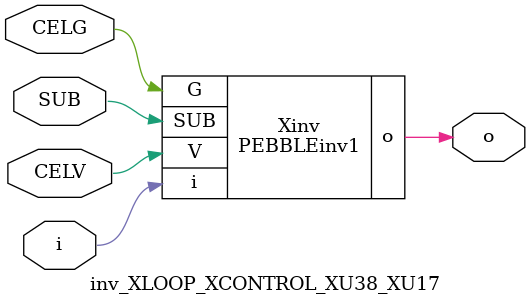
<source format=v>



module PEBBLEinv1 ( o, G, SUB, V, i );

  input V;
  input i;
  input G;
  output o;
  input SUB;
endmodule

//Celera Confidential Do Not Copy inv_XLOOP_XCONTROL_XU38_XU17
//Celera Confidential Symbol Generator
//5V Inverter
module inv_XLOOP_XCONTROL_XU38_XU17 (CELV,CELG,i,o,SUB);
input CELV;
input CELG;
input i;
input SUB;
output o;

//Celera Confidential Do Not Copy inv
PEBBLEinv1 Xinv(
.V (CELV),
.i (i),
.o (o),
.SUB (SUB),
.G (CELG)
);
//,diesize,PEBBLEinv1

//Celera Confidential Do Not Copy Module End
//Celera Schematic Generator
endmodule

</source>
